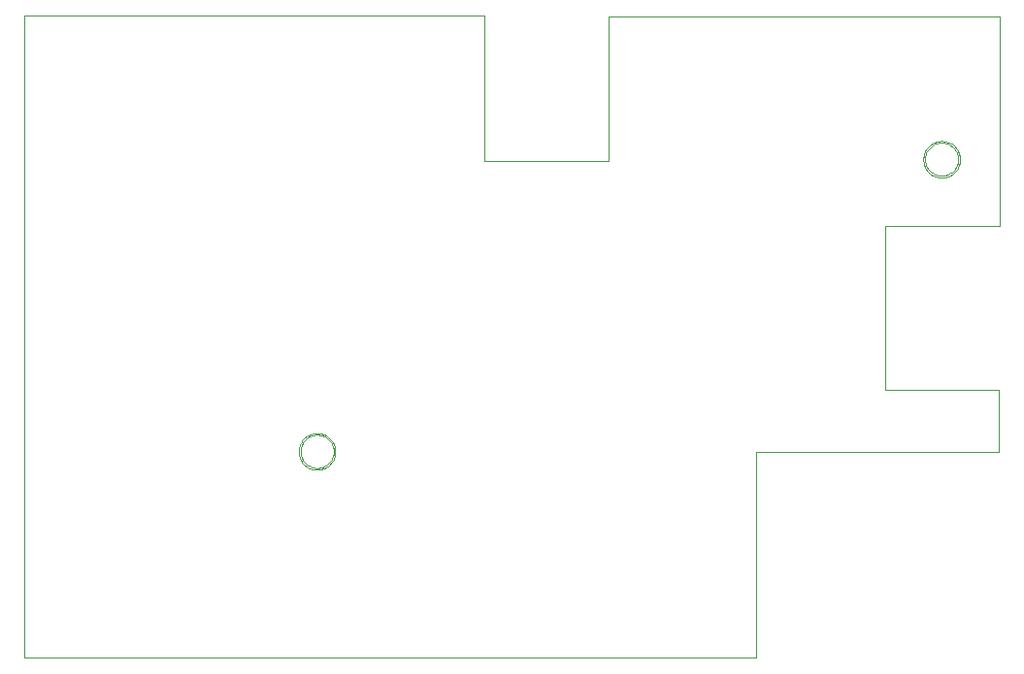
<source format=gbp>
G75*
G70*
%OFA0B0*%
%FSLAX24Y24*%
%IPPOS*%
%LPD*%
%AMOC8*
5,1,8,0,0,1.08239X$1,22.5*
%
%ADD10C,0.0000*%
D10*
X006000Y000950D02*
X006010Y023030D01*
X021810Y023030D01*
X021810Y018030D01*
X026060Y018030D01*
X026060Y022980D01*
X039500Y022990D01*
X039500Y015810D01*
X035560Y015810D01*
X035560Y010170D01*
X039460Y010170D01*
X039460Y008040D01*
X031120Y008040D01*
X031120Y000950D01*
X031120Y000948D02*
X006001Y000950D01*
X015418Y008043D02*
X015420Y008093D01*
X015426Y008143D01*
X015436Y008192D01*
X015450Y008240D01*
X015467Y008287D01*
X015488Y008332D01*
X015513Y008376D01*
X015541Y008417D01*
X015573Y008456D01*
X015607Y008493D01*
X015644Y008527D01*
X015684Y008557D01*
X015726Y008584D01*
X015770Y008608D01*
X015816Y008629D01*
X015863Y008645D01*
X015911Y008658D01*
X015961Y008667D01*
X016010Y008672D01*
X016061Y008673D01*
X016111Y008670D01*
X016160Y008663D01*
X016209Y008652D01*
X016257Y008637D01*
X016303Y008619D01*
X016348Y008597D01*
X016391Y008571D01*
X016432Y008542D01*
X016471Y008510D01*
X016507Y008475D01*
X016539Y008437D01*
X016569Y008397D01*
X016596Y008354D01*
X016619Y008310D01*
X016638Y008264D01*
X016654Y008216D01*
X016666Y008167D01*
X016674Y008118D01*
X016678Y008068D01*
X016678Y008018D01*
X016674Y007968D01*
X016666Y007919D01*
X016654Y007870D01*
X016638Y007822D01*
X016619Y007776D01*
X016596Y007732D01*
X016569Y007689D01*
X016539Y007649D01*
X016507Y007611D01*
X016471Y007576D01*
X016432Y007544D01*
X016391Y007515D01*
X016348Y007489D01*
X016303Y007467D01*
X016257Y007449D01*
X016209Y007434D01*
X016160Y007423D01*
X016111Y007416D01*
X016061Y007413D01*
X016010Y007414D01*
X015961Y007419D01*
X015911Y007428D01*
X015863Y007441D01*
X015816Y007457D01*
X015770Y007478D01*
X015726Y007502D01*
X015684Y007529D01*
X015644Y007559D01*
X015607Y007593D01*
X015573Y007630D01*
X015541Y007669D01*
X015513Y007710D01*
X015488Y007754D01*
X015467Y007799D01*
X015450Y007846D01*
X015436Y007894D01*
X015426Y007943D01*
X015420Y007993D01*
X015418Y008043D01*
X015484Y008048D02*
X015486Y008095D01*
X015492Y008142D01*
X015501Y008188D01*
X015515Y008233D01*
X015532Y008277D01*
X015553Y008320D01*
X015577Y008360D01*
X015604Y008399D01*
X015635Y008435D01*
X015668Y008468D01*
X015704Y008499D01*
X015743Y008526D01*
X015783Y008550D01*
X015826Y008571D01*
X015870Y008588D01*
X015915Y008602D01*
X015961Y008611D01*
X016008Y008617D01*
X016055Y008619D01*
X016102Y008617D01*
X016149Y008611D01*
X016195Y008602D01*
X016240Y008588D01*
X016284Y008571D01*
X016327Y008550D01*
X016367Y008526D01*
X016406Y008499D01*
X016442Y008468D01*
X016475Y008435D01*
X016506Y008399D01*
X016533Y008360D01*
X016557Y008320D01*
X016578Y008277D01*
X016595Y008233D01*
X016609Y008188D01*
X016618Y008142D01*
X016624Y008095D01*
X016626Y008048D01*
X016624Y008001D01*
X016618Y007954D01*
X016609Y007908D01*
X016595Y007863D01*
X016578Y007819D01*
X016557Y007776D01*
X016533Y007736D01*
X016506Y007697D01*
X016475Y007661D01*
X016442Y007628D01*
X016406Y007597D01*
X016367Y007570D01*
X016327Y007546D01*
X016284Y007525D01*
X016240Y007508D01*
X016195Y007494D01*
X016149Y007485D01*
X016102Y007479D01*
X016055Y007477D01*
X016008Y007479D01*
X015961Y007485D01*
X015915Y007494D01*
X015870Y007508D01*
X015826Y007525D01*
X015783Y007546D01*
X015743Y007570D01*
X015704Y007597D01*
X015668Y007628D01*
X015635Y007661D01*
X015604Y007697D01*
X015577Y007736D01*
X015553Y007776D01*
X015532Y007819D01*
X015515Y007863D01*
X015501Y007908D01*
X015492Y007954D01*
X015486Y008001D01*
X015484Y008048D01*
X036929Y018091D02*
X036931Y018138D01*
X036937Y018185D01*
X036946Y018231D01*
X036960Y018276D01*
X036977Y018320D01*
X036998Y018363D01*
X037022Y018403D01*
X037049Y018442D01*
X037080Y018478D01*
X037113Y018511D01*
X037149Y018542D01*
X037188Y018569D01*
X037228Y018593D01*
X037271Y018614D01*
X037315Y018631D01*
X037360Y018645D01*
X037406Y018654D01*
X037453Y018660D01*
X037500Y018662D01*
X037547Y018660D01*
X037594Y018654D01*
X037640Y018645D01*
X037685Y018631D01*
X037729Y018614D01*
X037772Y018593D01*
X037812Y018569D01*
X037851Y018542D01*
X037887Y018511D01*
X037920Y018478D01*
X037951Y018442D01*
X037978Y018403D01*
X038002Y018363D01*
X038023Y018320D01*
X038040Y018276D01*
X038054Y018231D01*
X038063Y018185D01*
X038069Y018138D01*
X038071Y018091D01*
X038069Y018044D01*
X038063Y017997D01*
X038054Y017951D01*
X038040Y017906D01*
X038023Y017862D01*
X038002Y017819D01*
X037978Y017779D01*
X037951Y017740D01*
X037920Y017704D01*
X037887Y017671D01*
X037851Y017640D01*
X037812Y017613D01*
X037772Y017589D01*
X037729Y017568D01*
X037685Y017551D01*
X037640Y017537D01*
X037594Y017528D01*
X037547Y017522D01*
X037500Y017520D01*
X037453Y017522D01*
X037406Y017528D01*
X037360Y017537D01*
X037315Y017551D01*
X037271Y017568D01*
X037228Y017589D01*
X037188Y017613D01*
X037149Y017640D01*
X037113Y017671D01*
X037080Y017704D01*
X037049Y017740D01*
X037022Y017779D01*
X036998Y017819D01*
X036977Y017862D01*
X036960Y017906D01*
X036946Y017951D01*
X036937Y017997D01*
X036931Y018044D01*
X036929Y018091D01*
X036873Y018085D02*
X036875Y018135D01*
X036881Y018185D01*
X036891Y018234D01*
X036905Y018282D01*
X036922Y018329D01*
X036943Y018374D01*
X036968Y018418D01*
X036996Y018459D01*
X037028Y018498D01*
X037062Y018535D01*
X037099Y018569D01*
X037139Y018599D01*
X037181Y018626D01*
X037225Y018650D01*
X037271Y018671D01*
X037318Y018687D01*
X037366Y018700D01*
X037416Y018709D01*
X037465Y018714D01*
X037516Y018715D01*
X037566Y018712D01*
X037615Y018705D01*
X037664Y018694D01*
X037712Y018679D01*
X037758Y018661D01*
X037803Y018639D01*
X037846Y018613D01*
X037887Y018584D01*
X037926Y018552D01*
X037962Y018517D01*
X037994Y018479D01*
X038024Y018439D01*
X038051Y018396D01*
X038074Y018352D01*
X038093Y018306D01*
X038109Y018258D01*
X038121Y018209D01*
X038129Y018160D01*
X038133Y018110D01*
X038133Y018060D01*
X038129Y018010D01*
X038121Y017961D01*
X038109Y017912D01*
X038093Y017864D01*
X038074Y017818D01*
X038051Y017774D01*
X038024Y017731D01*
X037994Y017691D01*
X037962Y017653D01*
X037926Y017618D01*
X037887Y017586D01*
X037846Y017557D01*
X037803Y017531D01*
X037758Y017509D01*
X037712Y017491D01*
X037664Y017476D01*
X037615Y017465D01*
X037566Y017458D01*
X037516Y017455D01*
X037465Y017456D01*
X037416Y017461D01*
X037366Y017470D01*
X037318Y017483D01*
X037271Y017499D01*
X037225Y017520D01*
X037181Y017544D01*
X037139Y017571D01*
X037099Y017601D01*
X037062Y017635D01*
X037028Y017672D01*
X036996Y017711D01*
X036968Y017752D01*
X036943Y017796D01*
X036922Y017841D01*
X036905Y017888D01*
X036891Y017936D01*
X036881Y017985D01*
X036875Y018035D01*
X036873Y018085D01*
M02*

</source>
